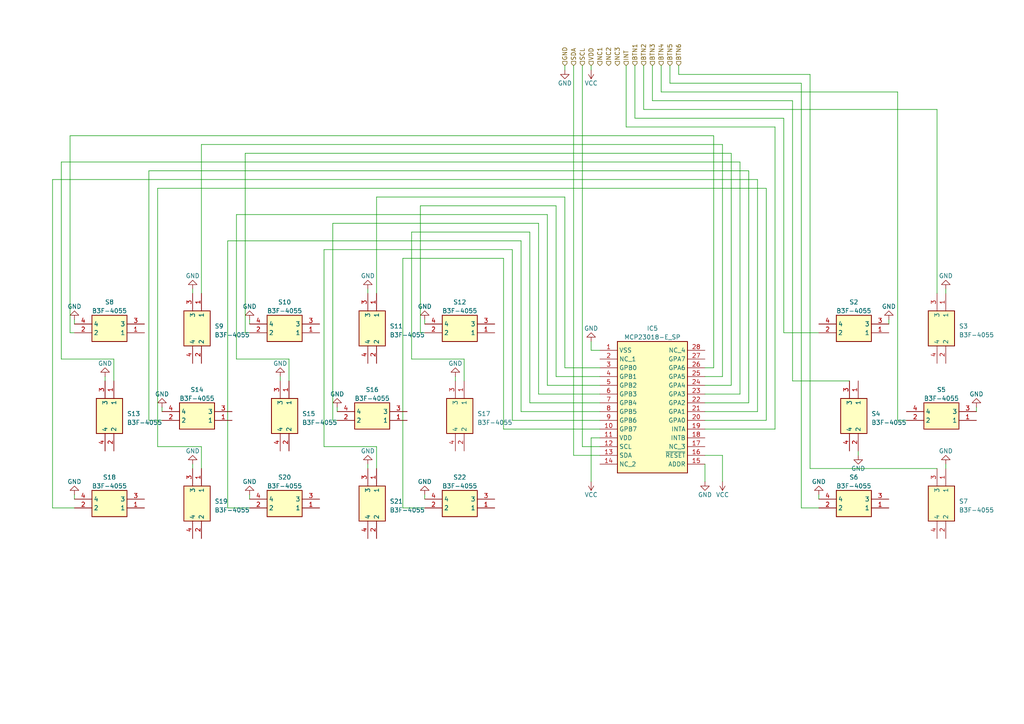
<source format=kicad_sch>
(kicad_sch (version 20230121) (generator eeschema)
  (paper "A4")
  (title_block (title "HapSynth - User interface") (date "2023-03-27") (rev "1.0") (comment 3 "Licence: MIT") (comment 4 "Author: Ville Helppolainen"))
  (lib_symbols
    (symbol "SamacSys_Parts:B3F-4055"
      (property "Reference" "S" (at 16.51 7.62 0))
      (property "Value" "B3F-4055" (at 16.51 5.08 0))
      (symbol "B3F-4055_1_1"
        (rectangle (start 5.08 2.54) (end 15.24 -5.08) (stroke (width 0.254)) (fill (type background)))
        (pin passive line (at 20.32 -2.54 180) (length 5.08) (name "1") (number "1"))
        (pin passive line (at 0 -2.54 0) (length 5.08) (name "2") (number "2"))
        (pin passive line (at 20.32 0 180) (length 5.08) (name "3") (number "3"))
        (pin passive line (at 0 0 0) (length 5.08) (name "4") (number "4"))
      )
    )
    (symbol "SamacSys_Parts:MCP23018-E_SP"
      (property "Reference" "IC" (at 26.67 7.62 0))
      (property "Value" "MCP23018-E_SP" (at 26.67 5.08 0))
      (symbol "MCP23018-E_SP_1_1"
        (rectangle (start 5.08 2.54) (end 25.4 -35.56) (stroke (width 0.254)) (fill (type background)))
        (pin power_in line (at 0 0 0) (length 5.08) (name "VSS") (number "1"))
        (pin bidirectional line (at 0 -22.86 0) (length 5.08) (name "GPB7") (number "10"))
        (pin power_in line (at 0 -25.4 0) (length 5.08) (name "VDD") (number "11"))
        (pin bidirectional line (at 0 -27.94 0) (length 5.08) (name "SCL") (number "12"))
        (pin bidirectional line (at 0 -30.48 0) (length 5.08) (name "SDA") (number "13"))
        (pin passive line (at 0 -33.02 0) (length 5.08) (name "NC_2") (number "14"))
        (pin input line (at 30.48 -33.02 180) (length 5.08) (name "ADDR") (number "15"))
        (pin input line (at 30.48 -30.48 180) (length 5.08) (name "~{RESET}") (number "16"))
        (pin passive line (at 30.48 -27.94 180) (length 5.08) (name "NC_3") (number "17"))
        (pin input line (at 30.48 -25.4 180) (length 5.08) (name "INTB") (number "18"))
        (pin input line (at 30.48 -22.86 180) (length 5.08) (name "INTA") (number "19"))
        (pin passive line (at 0 -2.54 0) (length 5.08) (name "NC_1") (number "2"))
        (pin bidirectional line (at 30.48 -20.32 180) (length 5.08) (name "GPA0") (number "20"))
        (pin bidirectional line (at 30.48 -17.78 180) (length 5.08) (name "GPA1") (number "21"))
        (pin bidirectional line (at 30.48 -15.24 180) (length 5.08) (name "GPA2") (number "22"))
        (pin bidirectional line (at 30.48 -12.7 180) (length 5.08) (name "GPA3") (number "23"))
        (pin bidirectional line (at 30.48 -10.16 180) (length 5.08) (name "GPA4") (number "24"))
        (pin bidirectional line (at 30.48 -7.62 180) (length 5.08) (name "GPA5") (number "25"))
        (pin bidirectional line (at 30.48 -5.08 180) (length 5.08) (name "GPA6") (number "26"))
        (pin bidirectional line (at 30.48 -2.54 180) (length 5.08) (name "GPA7") (number "27"))
        (pin passive line (at 30.48 0 180) (length 5.08) (name "NC_4") (number "28"))
        (pin bidirectional line (at 0 -5.08 0) (length 5.08) (name "GPB0") (number "3"))
        (pin bidirectional line (at 0 -7.62 0) (length 5.08) (name "GPB1") (number "4"))
        (pin bidirectional line (at 0 -10.16 0) (length 5.08) (name "GPB2") (number "5"))
        (pin bidirectional line (at 0 -12.7 0) (length 5.08) (name "GPB3") (number "6"))
        (pin bidirectional line (at 0 -15.24 0) (length 5.08) (name "GPB4") (number "7"))
        (pin bidirectional line (at 0 -17.78 0) (length 5.08) (name "GPB5") (number "8"))
        (pin bidirectional line (at 0 -20.32 0) (length 5.08) (name "GPB6") (number "9"))
      )
    )
    (symbol "power:GND" (power) (pin_names (offset 0))
      (property "Value" "GND" (at 0 -3.81 0))
      (symbol "GND_0_1"
        (polyline (pts (xy 0 0) (xy 0 -1.27) (xy 1.27 -1.27) (xy 0 -2.54) (xy -1.27 -1.27) (xy 0 -1.27)))
      )
      (symbol "GND_1_1"
        (pin power_in line (at 0 0 270) (length 0) hide (name "GND") (number "1"))
      )
    )
    (symbol "power:VCC" (power) (pin_names (offset 0))
      (property "Value" "VCC" (at 0 3.81 0))
      (symbol "VCC_0_1"
        (polyline (pts (xy -0.762 1.27) (xy 0 2.54)))
        (polyline (pts (xy 0 0) (xy 0 2.54)))
        (polyline (pts (xy 0 2.54) (xy 0.762 1.27)))
      )
      (symbol "VCC_1_1"
        (pin power_in line (at 0 0 90) (length 0) hide (name "VCC") (number "1"))
      )
    )
  )
  (wire (pts (xy 21.59 147.32) (xy 15.24 147.32)))
  (wire (pts (xy 106.68 134.62) (xy 106.68 135.89)))
  (wire (pts (xy 146.05 74.93) (xy 146.05 124.46)))
  (wire (pts (xy 58.42 41.91) (xy 58.42 85.09)))
  (wire (pts (xy 274.32 83.82) (xy 274.32 85.09)))
  (wire (pts (xy 33.02 110.49) (xy 33.02 104.14)))
  (wire (pts (xy 121.92 59.69) (xy 121.92 96.52)))
  (wire (pts (xy 119.38 104.14) (xy 119.38 67.31)))
  (wire (pts (xy 93.98 129.54) (xy 93.98 72.39)))
  (wire (pts (xy 173.99 127) (xy 171.45 127)))
  (wire (pts (xy 109.22 57.15) (xy 109.22 85.09)))
  (wire (pts (xy 20.32 39.37) (xy 20.32 96.52)))
  (wire (pts (xy 209.55 139.7) (xy 209.55 132.08)))
  (wire (pts (xy 121.92 96.52) (xy 123.19 96.52)))
  (wire (pts (xy 209.55 132.08) (xy 204.47 132.08)))
  (wire (pts (xy 274.32 134.62) (xy 274.32 135.89)))
  (wire (pts (xy 209.55 109.22) (xy 209.55 41.91)))
  (wire (pts (xy 219.71 119.38) (xy 204.47 119.38)))
  (wire (pts (xy 46.99 118.11) (xy 46.99 119.38)))
  (wire (pts (xy 33.02 104.14) (xy 17.78 104.14)))
  (wire (pts (xy 166.37 19.05) (xy 166.37 132.08)))
  (wire (pts (xy 189.23 29.21) (xy 229.87 29.21)))
  (wire (pts (xy 227.33 34.29) (xy 227.33 96.52)))
  (wire (pts (xy 232.41 24.13) (xy 232.41 147.32)))
  (wire (pts (xy 116.84 74.93) (xy 146.05 74.93)))
  (wire (pts (xy 43.18 49.53) (xy 217.17 49.53)))
  (wire (pts (xy 271.78 85.09) (xy 271.78 31.75)))
  (wire (pts (xy 171.45 19.05) (xy 171.45 20.32)))
  (wire (pts (xy 134.62 104.14) (xy 119.38 104.14)))
  (wire (pts (xy 248.92 130.81) (xy 248.92 132.08)))
  (wire (pts (xy 55.88 134.62) (xy 55.88 135.89)))
  (wire (pts (xy 271.78 135.89) (xy 234.95 135.89)))
  (wire (pts (xy 209.55 41.91) (xy 58.42 41.91)))
  (wire (pts (xy 72.39 147.32) (xy 66.04 147.32)))
  (wire (pts (xy 20.32 96.52) (xy 21.59 96.52)))
  (wire (pts (xy 132.08 109.22) (xy 132.08 110.49)))
  (wire (pts (xy 184.15 19.05) (xy 184.15 34.29)))
  (wire (pts (xy 134.62 110.49) (xy 134.62 104.14)))
  (wire (pts (xy 191.77 26.67) (xy 260.35 26.67)))
  (wire (pts (xy 219.71 52.07) (xy 219.71 119.38)))
  (wire (pts (xy 168.91 19.05) (xy 168.91 129.54)))
  (wire (pts (xy 109.22 135.89) (xy 109.22 129.54)))
  (wire (pts (xy 283.21 118.11) (xy 283.21 119.38)))
  (wire (pts (xy 163.83 57.15) (xy 109.22 57.15)))
  (wire (pts (xy 173.99 106.68) (xy 163.83 106.68)))
  (wire (pts (xy 229.87 110.49) (xy 246.38 110.49)))
  (wire (pts (xy 217.17 49.53) (xy 217.17 116.84)))
  (wire (pts (xy 15.24 52.07) (xy 219.71 52.07)))
  (wire (pts (xy 212.09 44.45) (xy 71.12 44.45)))
  (wire (pts (xy 222.25 121.92) (xy 204.47 121.92)))
  (wire (pts (xy 204.47 124.46) (xy 224.79 124.46)))
  (wire (pts (xy 93.98 72.39) (xy 148.59 72.39)))
  (wire (pts (xy 30.48 109.22) (xy 30.48 110.49)))
  (wire (pts (xy 232.41 147.32) (xy 237.49 147.32)))
  (wire (pts (xy 161.29 59.69) (xy 121.92 59.69)))
  (wire (pts (xy 71.12 96.52) (xy 72.39 96.52)))
  (wire (pts (xy 234.95 21.59) (xy 196.85 21.59)))
  (wire (pts (xy 123.19 147.32) (xy 116.84 147.32)))
  (wire (pts (xy 123.19 143.51) (xy 123.19 144.78)))
  (wire (pts (xy 224.79 124.46) (xy 224.79 36.83)))
  (wire (pts (xy 260.35 121.92) (xy 262.89 121.92)))
  (wire (pts (xy 45.72 54.61) (xy 222.25 54.61)))
  (wire (pts (xy 204.47 106.68) (xy 207.01 106.68)))
  (wire (pts (xy 97.79 121.92) (xy 96.52 121.92)))
  (wire (pts (xy 191.77 19.05) (xy 191.77 26.67)))
  (wire (pts (xy 184.15 34.29) (xy 227.33 34.29)))
  (wire (pts (xy 153.67 67.31) (xy 153.67 116.84)))
  (wire (pts (xy 55.88 83.82) (xy 55.88 85.09)))
  (wire (pts (xy 171.45 101.6) (xy 171.45 99.06)))
  (wire (pts (xy 106.68 83.82) (xy 106.68 85.09)))
  (wire (pts (xy 204.47 111.76) (xy 212.09 111.76)))
  (wire (pts (xy 161.29 109.22) (xy 161.29 59.69)))
  (wire (pts (xy 97.79 118.11) (xy 97.79 119.38)))
  (wire (pts (xy 43.18 121.92) (xy 43.18 49.53)))
  (wire (pts (xy 158.75 111.76) (xy 173.99 111.76)))
  (wire (pts (xy 163.83 106.68) (xy 163.83 57.15)))
  (wire (pts (xy 96.52 64.77) (xy 156.21 64.77)))
  (wire (pts (xy 96.52 121.92) (xy 96.52 64.77)))
  (wire (pts (xy 212.09 111.76) (xy 212.09 44.45)))
  (wire (pts (xy 158.75 62.23) (xy 158.75 111.76)))
  (wire (pts (xy 214.63 46.99) (xy 214.63 114.3)))
  (wire (pts (xy 58.42 135.89) (xy 58.42 129.54)))
  (wire (pts (xy 156.21 114.3) (xy 173.99 114.3)))
  (wire (pts (xy 83.82 110.49) (xy 83.82 104.14)))
  (wire (pts (xy 224.79 36.83) (xy 181.61 36.83)))
  (wire (pts (xy 173.99 101.6) (xy 171.45 101.6)))
  (wire (pts (xy 271.78 31.75) (xy 186.69 31.75)))
  (wire (pts (xy 21.59 92.71) (xy 21.59 93.98)))
  (wire (pts (xy 171.45 127) (xy 171.45 139.7)))
  (wire (pts (xy 66.04 69.85) (xy 151.13 69.85)))
  (wire (pts (xy 15.24 147.32) (xy 15.24 52.07)))
  (wire (pts (xy 196.85 21.59) (xy 196.85 19.05)))
  (wire (pts (xy 72.39 92.71) (xy 72.39 93.98)))
  (wire (pts (xy 229.87 29.21) (xy 229.87 110.49)))
  (wire (pts (xy 234.95 135.89) (xy 234.95 21.59)))
  (wire (pts (xy 194.31 24.13) (xy 232.41 24.13)))
  (wire (pts (xy 72.39 143.51) (xy 72.39 144.78)))
  (wire (pts (xy 151.13 69.85) (xy 151.13 119.38)))
  (wire (pts (xy 68.58 62.23) (xy 158.75 62.23)))
  (wire (pts (xy 186.69 31.75) (xy 186.69 19.05)))
  (wire (pts (xy 214.63 114.3) (xy 204.47 114.3)))
  (wire (pts (xy 194.31 19.05) (xy 194.31 24.13)))
  (wire (pts (xy 71.12 44.45) (xy 71.12 96.52)))
  (wire (pts (xy 109.22 129.54) (xy 93.98 129.54)))
  (wire (pts (xy 116.84 147.32) (xy 116.84 74.93)))
  (wire (pts (xy 123.19 92.71) (xy 123.19 93.98)))
  (wire (pts (xy 260.35 26.67) (xy 260.35 121.92)))
  (wire (pts (xy 222.25 54.61) (xy 222.25 121.92)))
  (wire (pts (xy 58.42 129.54) (xy 45.72 129.54)))
  (wire (pts (xy 146.05 124.46) (xy 173.99 124.46)))
  (wire (pts (xy 66.04 147.32) (xy 66.04 69.85)))
  (wire (pts (xy 257.81 92.71) (xy 257.81 93.98)))
  (wire (pts (xy 217.17 116.84) (xy 204.47 116.84)))
  (wire (pts (xy 119.38 67.31) (xy 153.67 67.31)))
  (wire (pts (xy 156.21 64.77) (xy 156.21 114.3)))
  (wire (pts (xy 17.78 46.99) (xy 214.63 46.99)))
  (wire (pts (xy 207.01 106.68) (xy 207.01 39.37)))
  (wire (pts (xy 173.99 109.22) (xy 161.29 109.22)))
  (wire (pts (xy 46.99 121.92) (xy 43.18 121.92)))
  (wire (pts (xy 68.58 104.14) (xy 68.58 62.23)))
  (wire (pts (xy 151.13 119.38) (xy 173.99 119.38)))
  (wire (pts (xy 148.59 72.39) (xy 148.59 121.92)))
  (wire (pts (xy 204.47 109.22) (xy 209.55 109.22)))
  (wire (pts (xy 148.59 121.92) (xy 173.99 121.92)))
  (wire (pts (xy 168.91 129.54) (xy 173.99 129.54)))
  (wire (pts (xy 153.67 116.84) (xy 173.99 116.84)))
  (wire (pts (xy 207.01 39.37) (xy 20.32 39.37)))
  (wire (pts (xy 45.72 129.54) (xy 45.72 54.61)))
  (wire (pts (xy 17.78 104.14) (xy 17.78 46.99)))
  (wire (pts (xy 21.59 143.51) (xy 21.59 144.78)))
  (wire (pts (xy 237.49 143.51) (xy 237.49 144.78)))
  (wire (pts (xy 204.47 134.62) (xy 204.47 139.7)))
  (wire (pts (xy 189.23 19.05) (xy 189.23 29.21)))
  (wire (pts (xy 83.82 104.14) (xy 68.58 104.14)))
  (wire (pts (xy 227.33 96.52) (xy 237.49 96.52)))
  (wire (pts (xy 163.83 19.05) (xy 163.83 20.32)))
  (wire (pts (xy 181.61 36.83) (xy 181.61 19.05)))
  (wire (pts (xy 166.37 132.08) (xy 173.99 132.08)))
  (wire (pts (xy 81.28 109.22) (xy 81.28 110.49)))
  (hierarchical_label "BTN4" (shape input) (at 191.77 19.05 90))
  (hierarchical_label "BTN2" (shape input) (at 186.69 19.05 90))
  (hierarchical_label "BTN5" (shape input) (at 194.31 19.05 90))
  (hierarchical_label "SDA" (shape input) (at 166.37 19.05 90))
  (hierarchical_label "INT" (shape input) (at 181.61 19.05 90))
  (hierarchical_label "BTN1" (shape input) (at 184.15 19.05 90))
  (hierarchical_label "BTN3" (shape input) (at 189.23 19.05 90))
  (hierarchical_label "NC1" (shape input) (at 173.99 19.05 90))
  (hierarchical_label "NC2" (shape input) (at 176.53 19.05 90))
  (hierarchical_label "SCL" (shape input) (at 168.91 19.05 90))
  (hierarchical_label "NC3" (shape input) (at 179.07 19.05 90))
  (hierarchical_label "BTN6" (shape input) (at 196.85 19.05 90))
  (hierarchical_label "GND" (shape input) (at 163.83 19.05 90))
  (hierarchical_label "VDD" (shape input) (at 171.45 19.05 90))
  (symbol (lib_id "SamacSys_Parts:B3F-4055") (at 246.38 130.81 90) (unit 1)
    (property "Reference" "S4" (at 252.73 120.015 90) (effects (justify right)))
    (property "Value" "B3F-4055" (at 252.73 122.555 90) (effects (justify right)))
    (property "Footprint" "SamacSys_Parts:B3F-4055-bent" (effects hide))
    (property "Datasheet" "https://www.omron.com/ecb/products/pdf/en-b3f.pdf" (effects hide))
    (property "Mouser Part Number" "653-B3F-4055" (effects hide))
    (property "Mouser Price/Stock" "https://www.mouser.co.uk/ProductDetail/Omron-Electronics/B3F-4055?qs=B3tblJ0Nlt%2FdFVcSHGFuxQ%3D%3D" (effects hide))
    (property "Manufacturer_Name" "Omron Electronics" (effects hide))
    (property "Manufacturer_Part_Number" "B3F-4055" (effects hide))
  )
  (symbol (lib_id "power:GND") (at 274.32 134.62 180) (unit 1)
    (property "Reference" "#PWR028" (effects hide))
    (property "Value" "GND" (at 274.32 130.81 0))
  )
  (symbol (lib_id "SamacSys_Parts:B3F-4055") (at 271.78 156.21 90) (unit 1)
    (property "Reference" "S7" (at 278.13 145.415 90) (effects (justify right)))
    (property "Value" "B3F-4055" (at 278.13 147.955 90) (effects (justify right)))
    (property "Footprint" "SamacSys_Parts:B3F-4055-bent" (effects hide))
    (property "Datasheet" "https://www.omron.com/ecb/products/pdf/en-b3f.pdf" (effects hide))
    (property "Mouser Part Number" "653-B3F-4055" (effects hide))
    (property "Mouser Price/Stock" "https://www.mouser.co.uk/ProductDetail/Omron-Electronics/B3F-4055?qs=B3tblJ0Nlt%2FdFVcSHGFuxQ%3D%3D" (effects hide))
    (property "Manufacturer_Name" "Omron Electronics" (effects hide))
    (property "Manufacturer_Part_Number" "B3F-4055" (effects hide))
  )
  (symbol (lib_id "SamacSys_Parts:B3F-4055") (at 237.49 93.98 0) (unit 1)
    (property "Reference" "S2" (at 247.65 87.63 0))
    (property "Value" "B3F-4055" (at 247.65 90.17 0))
    (property "Footprint" "SamacSys_Parts:B3F-4055-bent" (effects hide))
    (property "Datasheet" "https://www.omron.com/ecb/products/pdf/en-b3f.pdf" (effects hide))
    (property "Mouser Part Number" "653-B3F-4055" (effects hide))
    (property "Mouser Price/Stock" "https://www.mouser.co.uk/ProductDetail/Omron-Electronics/B3F-4055?qs=B3tblJ0Nlt%2FdFVcSHGFuxQ%3D%3D" (effects hide))
    (property "Manufacturer_Name" "Omron Electronics" (effects hide))
    (property "Manufacturer_Part_Number" "B3F-4055" (effects hide))
  )
  (symbol (lib_id "SamacSys_Parts:B3F-4055") (at 262.89 119.38 0) (unit 1)
    (property "Reference" "S5" (at 273.05 113.03 0))
    (property "Value" "B3F-4055" (at 273.05 115.57 0))
    (property "Footprint" "SamacSys_Parts:B3F-4055-bent" (effects hide))
    (property "Datasheet" "https://www.omron.com/ecb/products/pdf/en-b3f.pdf" (effects hide))
    (property "Mouser Part Number" "653-B3F-4055" (effects hide))
    (property "Mouser Price/Stock" "https://www.mouser.co.uk/ProductDetail/Omron-Electronics/B3F-4055?qs=B3tblJ0Nlt%2FdFVcSHGFuxQ%3D%3D" (effects hide))
    (property "Manufacturer_Name" "Omron Electronics" (effects hide))
    (property "Manufacturer_Part_Number" "B3F-4055" (effects hide))
  )
  (symbol (lib_id "power:GND") (at 171.45 99.06 180) (unit 1)
    (property "Reference" "#PWR020" (effects hide))
    (property "Value" "GND" (at 171.45 95.25 0))
  )
  (symbol (lib_id "power:GND") (at 46.99 118.11 180) (unit 1)
    (property "Reference" "#PWR032" (effects hide))
    (property "Value" "GND" (at 46.99 114.3 0))
  )
  (symbol (lib_id "SamacSys_Parts:B3F-4055") (at 97.79 119.38 0) (unit 1)
    (property "Reference" "S16" (at 107.95 113.03 0))
    (property "Value" "B3F-4055" (at 107.95 115.57 0))
    (property "Footprint" "SamacSys_Parts:B3F-4055-bent" (effects hide))
    (property "Datasheet" "https://www.omron.com/ecb/products/pdf/en-b3f.pdf" (effects hide))
    (property "Mouser Part Number" "653-B3F-4055" (effects hide))
    (property "Mouser Price/Stock" "https://www.mouser.co.uk/ProductDetail/Omron-Electronics/B3F-4055?qs=B3tblJ0Nlt%2FdFVcSHGFuxQ%3D%3D" (effects hide))
    (property "Manufacturer_Name" "Omron Electronics" (effects hide))
    (property "Manufacturer_Part_Number" "B3F-4055" (effects hide))
  )
  (symbol (lib_id "SamacSys_Parts:B3F-4055") (at 72.39 93.98 0) (unit 1)
    (property "Reference" "S10" (at 82.55 87.63 0))
    (property "Value" "B3F-4055" (at 82.55 90.17 0))
    (property "Footprint" "SamacSys_Parts:B3F-4055-bent" (effects hide))
    (property "Datasheet" "https://www.omron.com/ecb/products/pdf/en-b3f.pdf" (effects hide))
    (property "Mouser Part Number" "653-B3F-4055" (effects hide))
    (property "Mouser Price/Stock" "https://www.mouser.co.uk/ProductDetail/Omron-Electronics/B3F-4055?qs=B3tblJ0Nlt%2FdFVcSHGFuxQ%3D%3D" (effects hide))
    (property "Manufacturer_Name" "Omron Electronics" (effects hide))
    (property "Manufacturer_Part_Number" "B3F-4055" (effects hide))
  )
  (symbol (lib_id "SamacSys_Parts:B3F-4055") (at 55.88 156.21 90) (unit 1)
    (property "Reference" "S19" (at 62.23 145.415 90) (effects (justify right)))
    (property "Value" "B3F-4055" (at 62.23 147.955 90) (effects (justify right)))
    (property "Footprint" "SamacSys_Parts:B3F-4055-bent" (effects hide))
    (property "Datasheet" "https://www.omron.com/ecb/products/pdf/en-b3f.pdf" (effects hide))
    (property "Mouser Part Number" "653-B3F-4055" (effects hide))
    (property "Mouser Price/Stock" "https://www.mouser.co.uk/ProductDetail/Omron-Electronics/B3F-4055?qs=B3tblJ0Nlt%2FdFVcSHGFuxQ%3D%3D" (effects hide))
    (property "Manufacturer_Name" "Omron Electronics" (effects hide))
    (property "Manufacturer_Part_Number" "B3F-4055" (effects hide))
  )
  (symbol (lib_id "power:VCC") (at 171.45 20.32 180) (unit 1)
    (property "Reference" "#PWR02" (effects hide))
    (property "Value" "VCC" (at 171.45 24.13 0))
    (instances (project "HapSynth" (path "" (reference "#PWR02") (unit 1)) (path "" (reference "#PWR016") (unit 1))))
  )
  (symbol (lib_id "power:GND") (at 21.59 92.71 180) (unit 1)
    (property "Reference" "#PWR029" (effects hide))
    (property "Value" "GND" (at 21.59 88.9 0))
  )
  (symbol (lib_id "SamacSys_Parts:MCP23018-E_SP") (at 173.99 101.6 0) (unit 1)
    (property "Reference" "IC5" (at 189.23 95.25 0))
    (property "Value" "MCP23018-E_SP" (at 189.23 97.79 0))
    (property "Footprint" "SamacSys_Parts:DIP794W56P254L3486H508Q28N" (effects hide))
    (property "Datasheet" "https://componentsearchengine.com/Datasheets/1/MCP23018-E_SP.pdf" (effects hide))
    (property "Height" "5.08" (effects hide))
    (property "Mouser Part Number" "579-MCP23018-E/SP" (effects hide))
    (property "Mouser Price/Stock" "https://www.mouser.co.uk/ProductDetail/Microchip-Technology/MCP23018-E-SP?qs=rTzW0HAgjYPi3CrOYquyXg%3D%3D" (effects hide))
    (property "Manufacturer_Name" "Microchip" (effects hide))
    (property "Manufacturer_Part_Number" "MCP23018-E/SP" (effects hide))
  )
  (symbol (lib_id "SamacSys_Parts:B3F-4055") (at 123.19 93.98 0) (unit 1)
    (property "Reference" "S12" (at 133.35 87.63 0))
    (property "Value" "B3F-4055" (at 133.35 90.17 0))
    (property "Footprint" "SamacSys_Parts:B3F-4055-bent" (effects hide))
    (property "Datasheet" "https://www.omron.com/ecb/products/pdf/en-b3f.pdf" (effects hide))
    (property "Mouser Part Number" "653-B3F-4055" (effects hide))
    (property "Mouser Price/Stock" "https://www.mouser.co.uk/ProductDetail/Omron-Electronics/B3F-4055?qs=B3tblJ0Nlt%2FdFVcSHGFuxQ%3D%3D" (effects hide))
    (property "Manufacturer_Name" "Omron Electronics" (effects hide))
    (property "Manufacturer_Part_Number" "B3F-4055" (effects hide))
  )
  (symbol (lib_id "SamacSys_Parts:B3F-4055") (at 123.19 144.78 0) (unit 1)
    (property "Reference" "S22" (at 133.35 138.43 0))
    (property "Value" "B3F-4055" (at 133.35 140.97 0))
    (property "Footprint" "SamacSys_Parts:B3F-4055-bent" (effects hide))
    (property "Datasheet" "https://www.omron.com/ecb/products/pdf/en-b3f.pdf" (effects hide))
    (property "Mouser Part Number" "653-B3F-4055" (effects hide))
    (property "Mouser Price/Stock" "https://www.mouser.co.uk/ProductDetail/Omron-Electronics/B3F-4055?qs=B3tblJ0Nlt%2FdFVcSHGFuxQ%3D%3D" (effects hide))
    (property "Manufacturer_Name" "Omron Electronics" (effects hide))
    (property "Manufacturer_Part_Number" "B3F-4055" (effects hide))
  )
  (symbol (lib_id "power:GND") (at 132.08 109.22 180) (unit 1)
    (property "Reference" "#PWR041" (effects hide))
    (property "Value" "GND" (at 132.08 105.41 0))
  )
  (symbol (lib_id "power:GND") (at 123.19 92.71 180) (unit 1)
    (property "Reference" "#PWR031" (effects hide))
    (property "Value" "GND" (at 123.19 88.9 0))
  )
  (symbol (lib_id "SamacSys_Parts:B3F-4055") (at 271.78 105.41 90) (unit 1)
    (property "Reference" "S3" (at 278.13 94.615 90) (effects (justify right)))
    (property "Value" "B3F-4055" (at 278.13 97.155 90) (effects (justify right)))
    (property "Footprint" "SamacSys_Parts:B3F-4055-bent" (effects hide))
    (property "Datasheet" "https://www.omron.com/ecb/products/pdf/en-b3f.pdf" (effects hide))
    (property "Mouser Part Number" "653-B3F-4055" (effects hide))
    (property "Mouser Price/Stock" "https://www.mouser.co.uk/ProductDetail/Omron-Electronics/B3F-4055?qs=B3tblJ0Nlt%2FdFVcSHGFuxQ%3D%3D" (effects hide))
    (property "Manufacturer_Name" "Omron Electronics" (effects hide))
    (property "Manufacturer_Part_Number" "B3F-4055" (effects hide))
  )
  (symbol (lib_id "power:GND") (at 237.49 143.51 180) (unit 1)
    (property "Reference" "#PWR027" (effects hide))
    (property "Value" "GND" (at 237.49 139.7 0))
  )
  (symbol (lib_id "power:VCC") (at 171.45 139.7 180) (unit 1)
    (property "Reference" "#PWR02" (effects hide))
    (property "Value" "VCC" (at 171.45 143.51 0))
    (instances (project "HapSynth" (path "" (reference "#PWR02") (unit 1)) (path "" (reference "#PWR017") (unit 1))))
  )
  (symbol (lib_id "power:GND") (at 97.79 118.11 180) (unit 1)
    (property "Reference" "#PWR033" (effects hide))
    (property "Value" "GND" (at 97.79 114.3 0))
  )
  (symbol (lib_id "power:GND") (at 30.48 109.22 180) (unit 1)
    (property "Reference" "#PWR039" (effects hide))
    (property "Value" "GND" (at 30.48 105.41 0))
  )
  (symbol (lib_id "power:GND") (at 81.28 109.22 180) (unit 1)
    (property "Reference" "#PWR040" (effects hide))
    (property "Value" "GND" (at 81.28 105.41 0))
  )
  (symbol (lib_id "power:GND") (at 204.47 139.7 0) (unit 1)
    (property "Reference" "#PWR019" (effects hide))
    (property "Value" "GND" (at 204.47 143.51 0))
  )
  (symbol (lib_id "SamacSys_Parts:B3F-4055") (at 106.68 156.21 90) (unit 1)
    (property "Reference" "S21" (at 113.03 145.415 90) (effects (justify right)))
    (property "Value" "B3F-4055" (at 113.03 147.955 90) (effects (justify right)))
    (property "Footprint" "SamacSys_Parts:B3F-4055-bent" (effects hide))
    (property "Datasheet" "https://www.omron.com/ecb/products/pdf/en-b3f.pdf" (effects hide))
    (property "Mouser Part Number" "653-B3F-4055" (effects hide))
    (property "Mouser Price/Stock" "https://www.mouser.co.uk/ProductDetail/Omron-Electronics/B3F-4055?qs=B3tblJ0Nlt%2FdFVcSHGFuxQ%3D%3D" (effects hide))
    (property "Manufacturer_Name" "Omron Electronics" (effects hide))
    (property "Manufacturer_Part_Number" "B3F-4055" (effects hide))
  )
  (symbol (lib_id "power:GND") (at 248.92 132.08 0) (unit 1)
    (property "Reference" "#PWR024" (effects hide))
    (property "Value" "GND" (at 248.92 135.89 0))
  )
  (symbol (lib_id "power:GND") (at 283.21 118.11 180) (unit 1)
    (property "Reference" "#PWR026" (effects hide))
    (property "Value" "GND" (at 283.21 114.3 0))
  )
  (symbol (lib_id "power:GND") (at 72.39 92.71 180) (unit 1)
    (property "Reference" "#PWR030" (effects hide))
    (property "Value" "GND" (at 72.39 88.9 0))
  )
  (symbol (lib_id "power:GND") (at 163.83 20.32 0) (unit 1)
    (property "Reference" "#PWR015" (effects hide))
    (property "Value" "GND" (at 163.83 24.13 0))
  )
  (symbol (lib_id "SamacSys_Parts:B3F-4055") (at 237.49 144.78 0) (unit 1)
    (property "Reference" "S6" (at 247.65 138.43 0))
    (property "Value" "B3F-4055" (at 247.65 140.97 0))
    (property "Footprint" "SamacSys_Parts:B3F-4055-bent" (effects hide))
    (property "Datasheet" "https://www.omron.com/ecb/products/pdf/en-b3f.pdf" (effects hide))
    (property "Mouser Part Number" "653-B3F-4055" (effects hide))
    (property "Mouser Price/Stock" "https://www.mouser.co.uk/ProductDetail/Omron-Electronics/B3F-4055?qs=B3tblJ0Nlt%2FdFVcSHGFuxQ%3D%3D" (effects hide))
    (property "Manufacturer_Name" "Omron Electronics" (effects hide))
    (property "Manufacturer_Part_Number" "B3F-4055" (effects hide))
  )
  (symbol (lib_id "SamacSys_Parts:B3F-4055") (at 21.59 93.98 0) (unit 1)
    (property "Reference" "S8" (at 31.75 87.63 0))
    (property "Value" "B3F-4055" (at 31.75 90.17 0))
    (property "Footprint" "SamacSys_Parts:B3F-4055-bent" (effects hide))
    (property "Datasheet" "https://www.omron.com/ecb/products/pdf/en-b3f.pdf" (effects hide))
    (property "Mouser Part Number" "653-B3F-4055" (effects hide))
    (property "Mouser Price/Stock" "https://www.mouser.co.uk/ProductDetail/Omron-Electronics/B3F-4055?qs=B3tblJ0Nlt%2FdFVcSHGFuxQ%3D%3D" (effects hide))
    (property "Manufacturer_Name" "Omron Electronics" (effects hide))
    (property "Manufacturer_Part_Number" "B3F-4055" (effects hide))
  )
  (symbol (lib_id "SamacSys_Parts:B3F-4055") (at 21.59 144.78 0) (unit 1)
    (property "Reference" "S18" (at 31.75 138.43 0))
    (property "Value" "B3F-4055" (at 31.75 140.97 0))
    (property "Footprint" "SamacSys_Parts:B3F-4055-bent" (effects hide))
    (property "Datasheet" "https://www.omron.com/ecb/products/pdf/en-b3f.pdf" (effects hide))
    (property "Mouser Part Number" "653-B3F-4055" (effects hide))
    (property "Mouser Price/Stock" "https://www.mouser.co.uk/ProductDetail/Omron-Electronics/B3F-4055?qs=B3tblJ0Nlt%2FdFVcSHGFuxQ%3D%3D" (effects hide))
    (property "Manufacturer_Name" "Omron Electronics" (effects hide))
    (property "Manufacturer_Part_Number" "B3F-4055" (effects hide))
  )
  (symbol (lib_id "SamacSys_Parts:B3F-4055") (at 72.39 144.78 0) (unit 1)
    (property "Reference" "S20" (at 82.55 138.43 0))
    (property "Value" "B3F-4055" (at 82.55 140.97 0))
    (property "Footprint" "SamacSys_Parts:B3F-4055-bent" (effects hide))
    (property "Datasheet" "https://www.omron.com/ecb/products/pdf/en-b3f.pdf" (effects hide))
    (property "Mouser Part Number" "653-B3F-4055" (effects hide))
    (property "Mouser Price/Stock" "https://www.mouser.co.uk/ProductDetail/Omron-Electronics/B3F-4055?qs=B3tblJ0Nlt%2FdFVcSHGFuxQ%3D%3D" (effects hide))
    (property "Manufacturer_Name" "Omron Electronics" (effects hide))
    (property "Manufacturer_Part_Number" "B3F-4055" (effects hide))
  )
  (symbol (lib_id "SamacSys_Parts:B3F-4055") (at 106.68 105.41 90) (unit 1)
    (property "Reference" "S11" (at 113.03 94.615 90) (effects (justify right)))
    (property "Value" "B3F-4055" (at 113.03 97.155 90) (effects (justify right)))
    (property "Footprint" "SamacSys_Parts:B3F-4055-bent" (effects hide))
    (property "Datasheet" "https://www.omron.com/ecb/products/pdf/en-b3f.pdf" (effects hide))
    (property "Mouser Part Number" "653-B3F-4055" (effects hide))
    (property "Mouser Price/Stock" "https://www.mouser.co.uk/ProductDetail/Omron-Electronics/B3F-4055?qs=B3tblJ0Nlt%2FdFVcSHGFuxQ%3D%3D" (effects hide))
    (property "Manufacturer_Name" "Omron Electronics" (effects hide))
    (property "Manufacturer_Part_Number" "B3F-4055" (effects hide))
  )
  (symbol (lib_id "power:GND") (at 106.68 134.62 180) (unit 1)
    (property "Reference" "#PWR043" (effects hide))
    (property "Value" "GND" (at 106.68 130.81 0))
  )
  (symbol (lib_id "power:GND") (at 72.39 143.51 180) (unit 1)
    (property "Reference" "#PWR035" (effects hide))
    (property "Value" "GND" (at 72.39 139.7 0))
  )
  (symbol (lib_id "power:GND") (at 274.32 83.82 180) (unit 1)
    (property "Reference" "#PWR025" (effects hide))
    (property "Value" "GND" (at 274.32 80.01 0))
  )
  (symbol (lib_id "power:GND") (at 55.88 134.62 180) (unit 1)
    (property "Reference" "#PWR042" (effects hide))
    (property "Value" "GND" (at 55.88 130.81 0))
  )
  (symbol (lib_id "SamacSys_Parts:B3F-4055") (at 132.08 130.81 90) (unit 1)
    (property "Reference" "S17" (at 138.43 120.015 90) (effects (justify right)))
    (property "Value" "B3F-4055" (at 138.43 122.555 90) (effects (justify right)))
    (property "Footprint" "SamacSys_Parts:B3F-4055-bent" (effects hide))
    (property "Datasheet" "https://www.omron.com/ecb/products/pdf/en-b3f.pdf" (effects hide))
    (property "Mouser Part Number" "653-B3F-4055" (effects hide))
    (property "Mouser Price/Stock" "https://www.mouser.co.uk/ProductDetail/Omron-Electronics/B3F-4055?qs=B3tblJ0Nlt%2FdFVcSHGFuxQ%3D%3D" (effects hide))
    (property "Manufacturer_Name" "Omron Electronics" (effects hide))
    (property "Manufacturer_Part_Number" "B3F-4055" (effects hide))
  )
  (symbol (lib_id "power:GND") (at 55.88 83.82 180) (unit 1)
    (property "Reference" "#PWR037" (effects hide))
    (property "Value" "GND" (at 55.88 80.01 0))
  )
  (symbol (lib_id "power:GND") (at 106.68 83.82 180) (unit 1)
    (property "Reference" "#PWR038" (effects hide))
    (property "Value" "GND" (at 106.68 80.01 0))
  )
  (symbol (lib_id "power:GND") (at 21.59 143.51 180) (unit 1)
    (property "Reference" "#PWR034" (effects hide))
    (property "Value" "GND" (at 21.59 139.7 0))
  )
  (symbol (lib_id "SamacSys_Parts:B3F-4055") (at 30.48 130.81 90) (unit 1)
    (property "Reference" "S13" (at 36.83 120.015 90) (effects (justify right)))
    (property "Value" "B3F-4055" (at 36.83 122.555 90) (effects (justify right)))
    (property "Footprint" "SamacSys_Parts:B3F-4055-bent" (effects hide))
    (property "Datasheet" "https://www.omron.com/ecb/products/pdf/en-b3f.pdf" (effects hide))
    (property "Mouser Part Number" "653-B3F-4055" (effects hide))
    (property "Mouser Price/Stock" "https://www.mouser.co.uk/ProductDetail/Omron-Electronics/B3F-4055?qs=B3tblJ0Nlt%2FdFVcSHGFuxQ%3D%3D" (effects hide))
    (property "Manufacturer_Name" "Omron Electronics" (effects hide))
    (property "Manufacturer_Part_Number" "B3F-4055" (effects hide))
  )
  (symbol (lib_id "SamacSys_Parts:B3F-4055") (at 81.28 130.81 90) (unit 1)
    (property "Reference" "S15" (at 87.63 120.015 90) (effects (justify right)))
    (property "Value" "B3F-4055" (at 87.63 122.555 90) (effects (justify right)))
    (property "Footprint" "SamacSys_Parts:B3F-4055-bent" (effects hide))
    (property "Datasheet" "https://www.omron.com/ecb/products/pdf/en-b3f.pdf" (effects hide))
    (property "Mouser Part Number" "653-B3F-4055" (effects hide))
    (property "Mouser Price/Stock" "https://www.mouser.co.uk/ProductDetail/Omron-Electronics/B3F-4055?qs=B3tblJ0Nlt%2FdFVcSHGFuxQ%3D%3D" (effects hide))
    (property "Manufacturer_Name" "Omron Electronics" (effects hide))
    (property "Manufacturer_Part_Number" "B3F-4055" (effects hide))
  )
  (symbol (lib_id "SamacSys_Parts:B3F-4055") (at 46.99 119.38 0) (unit 1)
    (property "Reference" "S14" (at 57.15 113.03 0))
    (property "Value" "B3F-4055" (at 57.15 115.57 0))
    (property "Footprint" "SamacSys_Parts:B3F-4055-bent" (effects hide))
    (property "Datasheet" "https://www.omron.com/ecb/products/pdf/en-b3f.pdf" (effects hide))
    (property "Mouser Part Number" "653-B3F-4055" (effects hide))
    (property "Mouser Price/Stock" "https://www.mouser.co.uk/ProductDetail/Omron-Electronics/B3F-4055?qs=B3tblJ0Nlt%2FdFVcSHGFuxQ%3D%3D" (effects hide))
    (property "Manufacturer_Name" "Omron Electronics" (effects hide))
    (property "Manufacturer_Part_Number" "B3F-4055" (effects hide))
  )
  (symbol (lib_id "SamacSys_Parts:B3F-4055") (at 55.88 105.41 90) (unit 1)
    (property "Reference" "S9" (at 62.23 94.615 90) (effects (justify right)))
    (property "Value" "B3F-4055" (at 62.23 97.155 90) (effects (justify right)))
    (property "Footprint" "SamacSys_Parts:B3F-4055-bent" (effects hide))
    (property "Datasheet" "https://www.omron.com/ecb/products/pdf/en-b3f.pdf" (effects hide))
    (property "Mouser Part Number" "653-B3F-4055" (effects hide))
    (property "Mouser Price/Stock" "https://www.mouser.co.uk/ProductDetail/Omron-Electronics/B3F-4055?qs=B3tblJ0Nlt%2FdFVcSHGFuxQ%3D%3D" (effects hide))
    (property "Manufacturer_Name" "Omron Electronics" (effects hide))
    (property "Manufacturer_Part_Number" "B3F-4055" (effects hide))
  )
  (symbol (lib_id "power:GND") (at 257.81 92.71 180) (unit 1)
    (property "Reference" "#PWR023" (effects hide))
    (property "Value" "GND" (at 257.81 88.9 0))
  )
  (symbol (lib_id "power:VCC") (at 209.55 139.7 180) (unit 1)
    (property "Reference" "#PWR02" (effects hide))
    (property "Value" "VCC" (at 209.55 143.51 0))
    (instances (project "HapSynth" (path "" (reference "#PWR02") (unit 1)) (path "" (reference "#PWR018") (unit 1))))
  )
  (symbol (lib_id "power:GND") (at 123.19 143.51 180) (unit 1)
    (property "Reference" "#PWR036" (effects hide))
    (property "Value" "GND" (at 123.19 139.7 0))
  )
)
</source>
